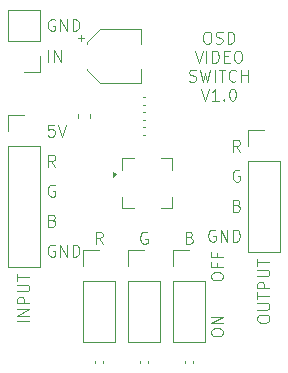
<source format=gto>
%TF.GenerationSoftware,KiCad,Pcbnew,9.0.7*%
%TF.CreationDate,2026-02-18T22:45:12+00:00*%
%TF.ProjectId,OSDSwitch,4f534453-7769-4746-9368-2e6b69636164,rev?*%
%TF.SameCoordinates,Original*%
%TF.FileFunction,Legend,Top*%
%TF.FilePolarity,Positive*%
%FSLAX46Y46*%
G04 Gerber Fmt 4.6, Leading zero omitted, Abs format (unit mm)*
G04 Created by KiCad (PCBNEW 9.0.7) date 2026-02-18 22:45:12*
%MOMM*%
%LPD*%
G01*
G04 APERTURE LIST*
%ADD10C,0.100000*%
%ADD11C,0.120000*%
G04 APERTURE END LIST*
D10*
X170378571Y-81751503D02*
X170569047Y-81751503D01*
X170569047Y-81751503D02*
X170664285Y-81799122D01*
X170664285Y-81799122D02*
X170759523Y-81894360D01*
X170759523Y-81894360D02*
X170807142Y-82084836D01*
X170807142Y-82084836D02*
X170807142Y-82418169D01*
X170807142Y-82418169D02*
X170759523Y-82608645D01*
X170759523Y-82608645D02*
X170664285Y-82703884D01*
X170664285Y-82703884D02*
X170569047Y-82751503D01*
X170569047Y-82751503D02*
X170378571Y-82751503D01*
X170378571Y-82751503D02*
X170283333Y-82703884D01*
X170283333Y-82703884D02*
X170188095Y-82608645D01*
X170188095Y-82608645D02*
X170140476Y-82418169D01*
X170140476Y-82418169D02*
X170140476Y-82084836D01*
X170140476Y-82084836D02*
X170188095Y-81894360D01*
X170188095Y-81894360D02*
X170283333Y-81799122D01*
X170283333Y-81799122D02*
X170378571Y-81751503D01*
X171188095Y-82703884D02*
X171330952Y-82751503D01*
X171330952Y-82751503D02*
X171569047Y-82751503D01*
X171569047Y-82751503D02*
X171664285Y-82703884D01*
X171664285Y-82703884D02*
X171711904Y-82656264D01*
X171711904Y-82656264D02*
X171759523Y-82561026D01*
X171759523Y-82561026D02*
X171759523Y-82465788D01*
X171759523Y-82465788D02*
X171711904Y-82370550D01*
X171711904Y-82370550D02*
X171664285Y-82322931D01*
X171664285Y-82322931D02*
X171569047Y-82275312D01*
X171569047Y-82275312D02*
X171378571Y-82227693D01*
X171378571Y-82227693D02*
X171283333Y-82180074D01*
X171283333Y-82180074D02*
X171235714Y-82132455D01*
X171235714Y-82132455D02*
X171188095Y-82037217D01*
X171188095Y-82037217D02*
X171188095Y-81941979D01*
X171188095Y-81941979D02*
X171235714Y-81846741D01*
X171235714Y-81846741D02*
X171283333Y-81799122D01*
X171283333Y-81799122D02*
X171378571Y-81751503D01*
X171378571Y-81751503D02*
X171616666Y-81751503D01*
X171616666Y-81751503D02*
X171759523Y-81799122D01*
X172188095Y-82751503D02*
X172188095Y-81751503D01*
X172188095Y-81751503D02*
X172426190Y-81751503D01*
X172426190Y-81751503D02*
X172569047Y-81799122D01*
X172569047Y-81799122D02*
X172664285Y-81894360D01*
X172664285Y-81894360D02*
X172711904Y-81989598D01*
X172711904Y-81989598D02*
X172759523Y-82180074D01*
X172759523Y-82180074D02*
X172759523Y-82322931D01*
X172759523Y-82322931D02*
X172711904Y-82513407D01*
X172711904Y-82513407D02*
X172664285Y-82608645D01*
X172664285Y-82608645D02*
X172569047Y-82703884D01*
X172569047Y-82703884D02*
X172426190Y-82751503D01*
X172426190Y-82751503D02*
X172188095Y-82751503D01*
X169402381Y-83361447D02*
X169735714Y-84361447D01*
X169735714Y-84361447D02*
X170069047Y-83361447D01*
X170402381Y-84361447D02*
X170402381Y-83361447D01*
X170878571Y-84361447D02*
X170878571Y-83361447D01*
X170878571Y-83361447D02*
X171116666Y-83361447D01*
X171116666Y-83361447D02*
X171259523Y-83409066D01*
X171259523Y-83409066D02*
X171354761Y-83504304D01*
X171354761Y-83504304D02*
X171402380Y-83599542D01*
X171402380Y-83599542D02*
X171449999Y-83790018D01*
X171449999Y-83790018D02*
X171449999Y-83932875D01*
X171449999Y-83932875D02*
X171402380Y-84123351D01*
X171402380Y-84123351D02*
X171354761Y-84218589D01*
X171354761Y-84218589D02*
X171259523Y-84313828D01*
X171259523Y-84313828D02*
X171116666Y-84361447D01*
X171116666Y-84361447D02*
X170878571Y-84361447D01*
X171878571Y-83837637D02*
X172211904Y-83837637D01*
X172354761Y-84361447D02*
X171878571Y-84361447D01*
X171878571Y-84361447D02*
X171878571Y-83361447D01*
X171878571Y-83361447D02*
X172354761Y-83361447D01*
X172973809Y-83361447D02*
X173164285Y-83361447D01*
X173164285Y-83361447D02*
X173259523Y-83409066D01*
X173259523Y-83409066D02*
X173354761Y-83504304D01*
X173354761Y-83504304D02*
X173402380Y-83694780D01*
X173402380Y-83694780D02*
X173402380Y-84028113D01*
X173402380Y-84028113D02*
X173354761Y-84218589D01*
X173354761Y-84218589D02*
X173259523Y-84313828D01*
X173259523Y-84313828D02*
X173164285Y-84361447D01*
X173164285Y-84361447D02*
X172973809Y-84361447D01*
X172973809Y-84361447D02*
X172878571Y-84313828D01*
X172878571Y-84313828D02*
X172783333Y-84218589D01*
X172783333Y-84218589D02*
X172735714Y-84028113D01*
X172735714Y-84028113D02*
X172735714Y-83694780D01*
X172735714Y-83694780D02*
X172783333Y-83504304D01*
X172783333Y-83504304D02*
X172878571Y-83409066D01*
X172878571Y-83409066D02*
X172973809Y-83361447D01*
X168950000Y-85923772D02*
X169092857Y-85971391D01*
X169092857Y-85971391D02*
X169330952Y-85971391D01*
X169330952Y-85971391D02*
X169426190Y-85923772D01*
X169426190Y-85923772D02*
X169473809Y-85876152D01*
X169473809Y-85876152D02*
X169521428Y-85780914D01*
X169521428Y-85780914D02*
X169521428Y-85685676D01*
X169521428Y-85685676D02*
X169473809Y-85590438D01*
X169473809Y-85590438D02*
X169426190Y-85542819D01*
X169426190Y-85542819D02*
X169330952Y-85495200D01*
X169330952Y-85495200D02*
X169140476Y-85447581D01*
X169140476Y-85447581D02*
X169045238Y-85399962D01*
X169045238Y-85399962D02*
X168997619Y-85352343D01*
X168997619Y-85352343D02*
X168950000Y-85257105D01*
X168950000Y-85257105D02*
X168950000Y-85161867D01*
X168950000Y-85161867D02*
X168997619Y-85066629D01*
X168997619Y-85066629D02*
X169045238Y-85019010D01*
X169045238Y-85019010D02*
X169140476Y-84971391D01*
X169140476Y-84971391D02*
X169378571Y-84971391D01*
X169378571Y-84971391D02*
X169521428Y-85019010D01*
X169854762Y-84971391D02*
X170092857Y-85971391D01*
X170092857Y-85971391D02*
X170283333Y-85257105D01*
X170283333Y-85257105D02*
X170473809Y-85971391D01*
X170473809Y-85971391D02*
X170711905Y-84971391D01*
X171092857Y-85971391D02*
X171092857Y-84971391D01*
X171426190Y-84971391D02*
X171997618Y-84971391D01*
X171711904Y-85971391D02*
X171711904Y-84971391D01*
X172902380Y-85876152D02*
X172854761Y-85923772D01*
X172854761Y-85923772D02*
X172711904Y-85971391D01*
X172711904Y-85971391D02*
X172616666Y-85971391D01*
X172616666Y-85971391D02*
X172473809Y-85923772D01*
X172473809Y-85923772D02*
X172378571Y-85828533D01*
X172378571Y-85828533D02*
X172330952Y-85733295D01*
X172330952Y-85733295D02*
X172283333Y-85542819D01*
X172283333Y-85542819D02*
X172283333Y-85399962D01*
X172283333Y-85399962D02*
X172330952Y-85209486D01*
X172330952Y-85209486D02*
X172378571Y-85114248D01*
X172378571Y-85114248D02*
X172473809Y-85019010D01*
X172473809Y-85019010D02*
X172616666Y-84971391D01*
X172616666Y-84971391D02*
X172711904Y-84971391D01*
X172711904Y-84971391D02*
X172854761Y-85019010D01*
X172854761Y-85019010D02*
X172902380Y-85066629D01*
X173330952Y-85971391D02*
X173330952Y-84971391D01*
X173330952Y-85447581D02*
X173902380Y-85447581D01*
X173902380Y-85971391D02*
X173902380Y-84971391D01*
X169926191Y-86581335D02*
X170259524Y-87581335D01*
X170259524Y-87581335D02*
X170592857Y-86581335D01*
X171450000Y-87581335D02*
X170878572Y-87581335D01*
X171164286Y-87581335D02*
X171164286Y-86581335D01*
X171164286Y-86581335D02*
X171069048Y-86724192D01*
X171069048Y-86724192D02*
X170973810Y-86819430D01*
X170973810Y-86819430D02*
X170878572Y-86867049D01*
X171878572Y-87486096D02*
X171926191Y-87533716D01*
X171926191Y-87533716D02*
X171878572Y-87581335D01*
X171878572Y-87581335D02*
X171830953Y-87533716D01*
X171830953Y-87533716D02*
X171878572Y-87486096D01*
X171878572Y-87486096D02*
X171878572Y-87581335D01*
X172545238Y-86581335D02*
X172640476Y-86581335D01*
X172640476Y-86581335D02*
X172735714Y-86628954D01*
X172735714Y-86628954D02*
X172783333Y-86676573D01*
X172783333Y-86676573D02*
X172830952Y-86771811D01*
X172830952Y-86771811D02*
X172878571Y-86962287D01*
X172878571Y-86962287D02*
X172878571Y-87200382D01*
X172878571Y-87200382D02*
X172830952Y-87390858D01*
X172830952Y-87390858D02*
X172783333Y-87486096D01*
X172783333Y-87486096D02*
X172735714Y-87533716D01*
X172735714Y-87533716D02*
X172640476Y-87581335D01*
X172640476Y-87581335D02*
X172545238Y-87581335D01*
X172545238Y-87581335D02*
X172450000Y-87533716D01*
X172450000Y-87533716D02*
X172402381Y-87486096D01*
X172402381Y-87486096D02*
X172354762Y-87390858D01*
X172354762Y-87390858D02*
X172307143Y-87200382D01*
X172307143Y-87200382D02*
X172307143Y-86962287D01*
X172307143Y-86962287D02*
X172354762Y-86771811D01*
X172354762Y-86771811D02*
X172402381Y-86676573D01*
X172402381Y-86676573D02*
X172450000Y-86628954D01*
X172450000Y-86628954D02*
X172545238Y-86581335D01*
X157498074Y-89627419D02*
X157021884Y-89627419D01*
X157021884Y-89627419D02*
X156974265Y-90103609D01*
X156974265Y-90103609D02*
X157021884Y-90055990D01*
X157021884Y-90055990D02*
X157117122Y-90008371D01*
X157117122Y-90008371D02*
X157355217Y-90008371D01*
X157355217Y-90008371D02*
X157450455Y-90055990D01*
X157450455Y-90055990D02*
X157498074Y-90103609D01*
X157498074Y-90103609D02*
X157545693Y-90198847D01*
X157545693Y-90198847D02*
X157545693Y-90436942D01*
X157545693Y-90436942D02*
X157498074Y-90532180D01*
X157498074Y-90532180D02*
X157450455Y-90579800D01*
X157450455Y-90579800D02*
X157355217Y-90627419D01*
X157355217Y-90627419D02*
X157117122Y-90627419D01*
X157117122Y-90627419D02*
X157021884Y-90579800D01*
X157021884Y-90579800D02*
X156974265Y-90532180D01*
X157831408Y-89627419D02*
X158164741Y-90627419D01*
X158164741Y-90627419D02*
X158498074Y-89627419D01*
X168981428Y-99170609D02*
X169124285Y-99218228D01*
X169124285Y-99218228D02*
X169171904Y-99265847D01*
X169171904Y-99265847D02*
X169219523Y-99361085D01*
X169219523Y-99361085D02*
X169219523Y-99503942D01*
X169219523Y-99503942D02*
X169171904Y-99599180D01*
X169171904Y-99599180D02*
X169124285Y-99646800D01*
X169124285Y-99646800D02*
X169029047Y-99694419D01*
X169029047Y-99694419D02*
X168648095Y-99694419D01*
X168648095Y-99694419D02*
X168648095Y-98694419D01*
X168648095Y-98694419D02*
X168981428Y-98694419D01*
X168981428Y-98694419D02*
X169076666Y-98742038D01*
X169076666Y-98742038D02*
X169124285Y-98789657D01*
X169124285Y-98789657D02*
X169171904Y-98884895D01*
X169171904Y-98884895D02*
X169171904Y-98980133D01*
X169171904Y-98980133D02*
X169124285Y-99075371D01*
X169124285Y-99075371D02*
X169076666Y-99122990D01*
X169076666Y-99122990D02*
X168981428Y-99170609D01*
X168981428Y-99170609D02*
X168648095Y-99170609D01*
X165361904Y-98742038D02*
X165266666Y-98694419D01*
X165266666Y-98694419D02*
X165123809Y-98694419D01*
X165123809Y-98694419D02*
X164980952Y-98742038D01*
X164980952Y-98742038D02*
X164885714Y-98837276D01*
X164885714Y-98837276D02*
X164838095Y-98932514D01*
X164838095Y-98932514D02*
X164790476Y-99122990D01*
X164790476Y-99122990D02*
X164790476Y-99265847D01*
X164790476Y-99265847D02*
X164838095Y-99456323D01*
X164838095Y-99456323D02*
X164885714Y-99551561D01*
X164885714Y-99551561D02*
X164980952Y-99646800D01*
X164980952Y-99646800D02*
X165123809Y-99694419D01*
X165123809Y-99694419D02*
X165219047Y-99694419D01*
X165219047Y-99694419D02*
X165361904Y-99646800D01*
X165361904Y-99646800D02*
X165409523Y-99599180D01*
X165409523Y-99599180D02*
X165409523Y-99265847D01*
X165409523Y-99265847D02*
X165219047Y-99265847D01*
X161599523Y-99694419D02*
X161266190Y-99218228D01*
X161028095Y-99694419D02*
X161028095Y-98694419D01*
X161028095Y-98694419D02*
X161409047Y-98694419D01*
X161409047Y-98694419D02*
X161504285Y-98742038D01*
X161504285Y-98742038D02*
X161551904Y-98789657D01*
X161551904Y-98789657D02*
X161599523Y-98884895D01*
X161599523Y-98884895D02*
X161599523Y-99027752D01*
X161599523Y-99027752D02*
X161551904Y-99122990D01*
X161551904Y-99122990D02*
X161504285Y-99170609D01*
X161504285Y-99170609D02*
X161409047Y-99218228D01*
X161409047Y-99218228D02*
X161028095Y-99218228D01*
X170780419Y-102552380D02*
X170780419Y-102361904D01*
X170780419Y-102361904D02*
X170828038Y-102266666D01*
X170828038Y-102266666D02*
X170923276Y-102171428D01*
X170923276Y-102171428D02*
X171113752Y-102123809D01*
X171113752Y-102123809D02*
X171447085Y-102123809D01*
X171447085Y-102123809D02*
X171637561Y-102171428D01*
X171637561Y-102171428D02*
X171732800Y-102266666D01*
X171732800Y-102266666D02*
X171780419Y-102361904D01*
X171780419Y-102361904D02*
X171780419Y-102552380D01*
X171780419Y-102552380D02*
X171732800Y-102647618D01*
X171732800Y-102647618D02*
X171637561Y-102742856D01*
X171637561Y-102742856D02*
X171447085Y-102790475D01*
X171447085Y-102790475D02*
X171113752Y-102790475D01*
X171113752Y-102790475D02*
X170923276Y-102742856D01*
X170923276Y-102742856D02*
X170828038Y-102647618D01*
X170828038Y-102647618D02*
X170780419Y-102552380D01*
X171256609Y-101361904D02*
X171256609Y-101695237D01*
X171780419Y-101695237D02*
X170780419Y-101695237D01*
X170780419Y-101695237D02*
X170780419Y-101219047D01*
X171256609Y-100504761D02*
X171256609Y-100838094D01*
X171780419Y-100838094D02*
X170780419Y-100838094D01*
X170780419Y-100838094D02*
X170780419Y-100361904D01*
X170780419Y-107299047D02*
X170780419Y-107108571D01*
X170780419Y-107108571D02*
X170828038Y-107013333D01*
X170828038Y-107013333D02*
X170923276Y-106918095D01*
X170923276Y-106918095D02*
X171113752Y-106870476D01*
X171113752Y-106870476D02*
X171447085Y-106870476D01*
X171447085Y-106870476D02*
X171637561Y-106918095D01*
X171637561Y-106918095D02*
X171732800Y-107013333D01*
X171732800Y-107013333D02*
X171780419Y-107108571D01*
X171780419Y-107108571D02*
X171780419Y-107299047D01*
X171780419Y-107299047D02*
X171732800Y-107394285D01*
X171732800Y-107394285D02*
X171637561Y-107489523D01*
X171637561Y-107489523D02*
X171447085Y-107537142D01*
X171447085Y-107537142D02*
X171113752Y-107537142D01*
X171113752Y-107537142D02*
X170923276Y-107489523D01*
X170923276Y-107489523D02*
X170828038Y-107394285D01*
X170828038Y-107394285D02*
X170780419Y-107299047D01*
X171780419Y-106441904D02*
X170780419Y-106441904D01*
X170780419Y-106441904D02*
X171780419Y-105870476D01*
X171780419Y-105870476D02*
X170780419Y-105870476D01*
X174717419Y-106141884D02*
X174717419Y-105951408D01*
X174717419Y-105951408D02*
X174765038Y-105856170D01*
X174765038Y-105856170D02*
X174860276Y-105760932D01*
X174860276Y-105760932D02*
X175050752Y-105713313D01*
X175050752Y-105713313D02*
X175384085Y-105713313D01*
X175384085Y-105713313D02*
X175574561Y-105760932D01*
X175574561Y-105760932D02*
X175669800Y-105856170D01*
X175669800Y-105856170D02*
X175717419Y-105951408D01*
X175717419Y-105951408D02*
X175717419Y-106141884D01*
X175717419Y-106141884D02*
X175669800Y-106237122D01*
X175669800Y-106237122D02*
X175574561Y-106332360D01*
X175574561Y-106332360D02*
X175384085Y-106379979D01*
X175384085Y-106379979D02*
X175050752Y-106379979D01*
X175050752Y-106379979D02*
X174860276Y-106332360D01*
X174860276Y-106332360D02*
X174765038Y-106237122D01*
X174765038Y-106237122D02*
X174717419Y-106141884D01*
X174717419Y-105284741D02*
X175526942Y-105284741D01*
X175526942Y-105284741D02*
X175622180Y-105237122D01*
X175622180Y-105237122D02*
X175669800Y-105189503D01*
X175669800Y-105189503D02*
X175717419Y-105094265D01*
X175717419Y-105094265D02*
X175717419Y-104903789D01*
X175717419Y-104903789D02*
X175669800Y-104808551D01*
X175669800Y-104808551D02*
X175622180Y-104760932D01*
X175622180Y-104760932D02*
X175526942Y-104713313D01*
X175526942Y-104713313D02*
X174717419Y-104713313D01*
X174717419Y-104379979D02*
X174717419Y-103808551D01*
X175717419Y-104094265D02*
X174717419Y-104094265D01*
X175717419Y-103475217D02*
X174717419Y-103475217D01*
X174717419Y-103475217D02*
X174717419Y-103094265D01*
X174717419Y-103094265D02*
X174765038Y-102999027D01*
X174765038Y-102999027D02*
X174812657Y-102951408D01*
X174812657Y-102951408D02*
X174907895Y-102903789D01*
X174907895Y-102903789D02*
X175050752Y-102903789D01*
X175050752Y-102903789D02*
X175145990Y-102951408D01*
X175145990Y-102951408D02*
X175193609Y-102999027D01*
X175193609Y-102999027D02*
X175241228Y-103094265D01*
X175241228Y-103094265D02*
X175241228Y-103475217D01*
X174717419Y-102475217D02*
X175526942Y-102475217D01*
X175526942Y-102475217D02*
X175622180Y-102427598D01*
X175622180Y-102427598D02*
X175669800Y-102379979D01*
X175669800Y-102379979D02*
X175717419Y-102284741D01*
X175717419Y-102284741D02*
X175717419Y-102094265D01*
X175717419Y-102094265D02*
X175669800Y-101999027D01*
X175669800Y-101999027D02*
X175622180Y-101951408D01*
X175622180Y-101951408D02*
X175526942Y-101903789D01*
X175526942Y-101903789D02*
X174717419Y-101903789D01*
X174717419Y-101570455D02*
X174717419Y-100999027D01*
X175717419Y-101284741D02*
X174717419Y-101284741D01*
X155397419Y-106269026D02*
X154397419Y-106269026D01*
X155397419Y-105792836D02*
X154397419Y-105792836D01*
X154397419Y-105792836D02*
X155397419Y-105221408D01*
X155397419Y-105221408D02*
X154397419Y-105221408D01*
X155397419Y-104745217D02*
X154397419Y-104745217D01*
X154397419Y-104745217D02*
X154397419Y-104364265D01*
X154397419Y-104364265D02*
X154445038Y-104269027D01*
X154445038Y-104269027D02*
X154492657Y-104221408D01*
X154492657Y-104221408D02*
X154587895Y-104173789D01*
X154587895Y-104173789D02*
X154730752Y-104173789D01*
X154730752Y-104173789D02*
X154825990Y-104221408D01*
X154825990Y-104221408D02*
X154873609Y-104269027D01*
X154873609Y-104269027D02*
X154921228Y-104364265D01*
X154921228Y-104364265D02*
X154921228Y-104745217D01*
X154397419Y-103745217D02*
X155206942Y-103745217D01*
X155206942Y-103745217D02*
X155302180Y-103697598D01*
X155302180Y-103697598D02*
X155349800Y-103649979D01*
X155349800Y-103649979D02*
X155397419Y-103554741D01*
X155397419Y-103554741D02*
X155397419Y-103364265D01*
X155397419Y-103364265D02*
X155349800Y-103269027D01*
X155349800Y-103269027D02*
X155302180Y-103221408D01*
X155302180Y-103221408D02*
X155206942Y-103173789D01*
X155206942Y-103173789D02*
X154397419Y-103173789D01*
X154397419Y-102840455D02*
X154397419Y-102269027D01*
X155397419Y-102554741D02*
X154397419Y-102554741D01*
X173225734Y-91897419D02*
X172892401Y-91421228D01*
X172654306Y-91897419D02*
X172654306Y-90897419D01*
X172654306Y-90897419D02*
X173035258Y-90897419D01*
X173035258Y-90897419D02*
X173130496Y-90945038D01*
X173130496Y-90945038D02*
X173178115Y-90992657D01*
X173178115Y-90992657D02*
X173225734Y-91087895D01*
X173225734Y-91087895D02*
X173225734Y-91230752D01*
X173225734Y-91230752D02*
X173178115Y-91325990D01*
X173178115Y-91325990D02*
X173130496Y-91373609D01*
X173130496Y-91373609D02*
X173035258Y-91421228D01*
X173035258Y-91421228D02*
X172654306Y-91421228D01*
X173178115Y-93485038D02*
X173082877Y-93437419D01*
X173082877Y-93437419D02*
X172940020Y-93437419D01*
X172940020Y-93437419D02*
X172797163Y-93485038D01*
X172797163Y-93485038D02*
X172701925Y-93580276D01*
X172701925Y-93580276D02*
X172654306Y-93675514D01*
X172654306Y-93675514D02*
X172606687Y-93865990D01*
X172606687Y-93865990D02*
X172606687Y-94008847D01*
X172606687Y-94008847D02*
X172654306Y-94199323D01*
X172654306Y-94199323D02*
X172701925Y-94294561D01*
X172701925Y-94294561D02*
X172797163Y-94389800D01*
X172797163Y-94389800D02*
X172940020Y-94437419D01*
X172940020Y-94437419D02*
X173035258Y-94437419D01*
X173035258Y-94437419D02*
X173178115Y-94389800D01*
X173178115Y-94389800D02*
X173225734Y-94342180D01*
X173225734Y-94342180D02*
X173225734Y-94008847D01*
X173225734Y-94008847D02*
X173035258Y-94008847D01*
X172987639Y-96453609D02*
X173130496Y-96501228D01*
X173130496Y-96501228D02*
X173178115Y-96548847D01*
X173178115Y-96548847D02*
X173225734Y-96644085D01*
X173225734Y-96644085D02*
X173225734Y-96786942D01*
X173225734Y-96786942D02*
X173178115Y-96882180D01*
X173178115Y-96882180D02*
X173130496Y-96929800D01*
X173130496Y-96929800D02*
X173035258Y-96977419D01*
X173035258Y-96977419D02*
X172654306Y-96977419D01*
X172654306Y-96977419D02*
X172654306Y-95977419D01*
X172654306Y-95977419D02*
X172987639Y-95977419D01*
X172987639Y-95977419D02*
X173082877Y-96025038D01*
X173082877Y-96025038D02*
X173130496Y-96072657D01*
X173130496Y-96072657D02*
X173178115Y-96167895D01*
X173178115Y-96167895D02*
X173178115Y-96263133D01*
X173178115Y-96263133D02*
X173130496Y-96358371D01*
X173130496Y-96358371D02*
X173082877Y-96405990D01*
X173082877Y-96405990D02*
X172987639Y-96453609D01*
X172987639Y-96453609D02*
X172654306Y-96453609D01*
X157021884Y-84277419D02*
X157021884Y-83277419D01*
X157498074Y-84277419D02*
X157498074Y-83277419D01*
X157498074Y-83277419D02*
X158069502Y-84277419D01*
X158069502Y-84277419D02*
X158069502Y-83277419D01*
X157355217Y-97723609D02*
X157498074Y-97771228D01*
X157498074Y-97771228D02*
X157545693Y-97818847D01*
X157545693Y-97818847D02*
X157593312Y-97914085D01*
X157593312Y-97914085D02*
X157593312Y-98056942D01*
X157593312Y-98056942D02*
X157545693Y-98152180D01*
X157545693Y-98152180D02*
X157498074Y-98199800D01*
X157498074Y-98199800D02*
X157402836Y-98247419D01*
X157402836Y-98247419D02*
X157021884Y-98247419D01*
X157021884Y-98247419D02*
X157021884Y-97247419D01*
X157021884Y-97247419D02*
X157355217Y-97247419D01*
X157355217Y-97247419D02*
X157450455Y-97295038D01*
X157450455Y-97295038D02*
X157498074Y-97342657D01*
X157498074Y-97342657D02*
X157545693Y-97437895D01*
X157545693Y-97437895D02*
X157545693Y-97533133D01*
X157545693Y-97533133D02*
X157498074Y-97628371D01*
X157498074Y-97628371D02*
X157450455Y-97675990D01*
X157450455Y-97675990D02*
X157355217Y-97723609D01*
X157355217Y-97723609D02*
X157021884Y-97723609D01*
X157545693Y-94755038D02*
X157450455Y-94707419D01*
X157450455Y-94707419D02*
X157307598Y-94707419D01*
X157307598Y-94707419D02*
X157164741Y-94755038D01*
X157164741Y-94755038D02*
X157069503Y-94850276D01*
X157069503Y-94850276D02*
X157021884Y-94945514D01*
X157021884Y-94945514D02*
X156974265Y-95135990D01*
X156974265Y-95135990D02*
X156974265Y-95278847D01*
X156974265Y-95278847D02*
X157021884Y-95469323D01*
X157021884Y-95469323D02*
X157069503Y-95564561D01*
X157069503Y-95564561D02*
X157164741Y-95659800D01*
X157164741Y-95659800D02*
X157307598Y-95707419D01*
X157307598Y-95707419D02*
X157402836Y-95707419D01*
X157402836Y-95707419D02*
X157545693Y-95659800D01*
X157545693Y-95659800D02*
X157593312Y-95612180D01*
X157593312Y-95612180D02*
X157593312Y-95278847D01*
X157593312Y-95278847D02*
X157402836Y-95278847D01*
X157593312Y-93167419D02*
X157259979Y-92691228D01*
X157021884Y-93167419D02*
X157021884Y-92167419D01*
X157021884Y-92167419D02*
X157402836Y-92167419D01*
X157402836Y-92167419D02*
X157498074Y-92215038D01*
X157498074Y-92215038D02*
X157545693Y-92262657D01*
X157545693Y-92262657D02*
X157593312Y-92357895D01*
X157593312Y-92357895D02*
X157593312Y-92500752D01*
X157593312Y-92500752D02*
X157545693Y-92595990D01*
X157545693Y-92595990D02*
X157498074Y-92643609D01*
X157498074Y-92643609D02*
X157402836Y-92691228D01*
X157402836Y-92691228D02*
X157021884Y-92691228D01*
X171130496Y-98565038D02*
X171035258Y-98517419D01*
X171035258Y-98517419D02*
X170892401Y-98517419D01*
X170892401Y-98517419D02*
X170749544Y-98565038D01*
X170749544Y-98565038D02*
X170654306Y-98660276D01*
X170654306Y-98660276D02*
X170606687Y-98755514D01*
X170606687Y-98755514D02*
X170559068Y-98945990D01*
X170559068Y-98945990D02*
X170559068Y-99088847D01*
X170559068Y-99088847D02*
X170606687Y-99279323D01*
X170606687Y-99279323D02*
X170654306Y-99374561D01*
X170654306Y-99374561D02*
X170749544Y-99469800D01*
X170749544Y-99469800D02*
X170892401Y-99517419D01*
X170892401Y-99517419D02*
X170987639Y-99517419D01*
X170987639Y-99517419D02*
X171130496Y-99469800D01*
X171130496Y-99469800D02*
X171178115Y-99422180D01*
X171178115Y-99422180D02*
X171178115Y-99088847D01*
X171178115Y-99088847D02*
X170987639Y-99088847D01*
X171606687Y-99517419D02*
X171606687Y-98517419D01*
X171606687Y-98517419D02*
X172178115Y-99517419D01*
X172178115Y-99517419D02*
X172178115Y-98517419D01*
X172654306Y-99517419D02*
X172654306Y-98517419D01*
X172654306Y-98517419D02*
X172892401Y-98517419D01*
X172892401Y-98517419D02*
X173035258Y-98565038D01*
X173035258Y-98565038D02*
X173130496Y-98660276D01*
X173130496Y-98660276D02*
X173178115Y-98755514D01*
X173178115Y-98755514D02*
X173225734Y-98945990D01*
X173225734Y-98945990D02*
X173225734Y-99088847D01*
X173225734Y-99088847D02*
X173178115Y-99279323D01*
X173178115Y-99279323D02*
X173130496Y-99374561D01*
X173130496Y-99374561D02*
X173035258Y-99469800D01*
X173035258Y-99469800D02*
X172892401Y-99517419D01*
X172892401Y-99517419D02*
X172654306Y-99517419D01*
X157545693Y-99835038D02*
X157450455Y-99787419D01*
X157450455Y-99787419D02*
X157307598Y-99787419D01*
X157307598Y-99787419D02*
X157164741Y-99835038D01*
X157164741Y-99835038D02*
X157069503Y-99930276D01*
X157069503Y-99930276D02*
X157021884Y-100025514D01*
X157021884Y-100025514D02*
X156974265Y-100215990D01*
X156974265Y-100215990D02*
X156974265Y-100358847D01*
X156974265Y-100358847D02*
X157021884Y-100549323D01*
X157021884Y-100549323D02*
X157069503Y-100644561D01*
X157069503Y-100644561D02*
X157164741Y-100739800D01*
X157164741Y-100739800D02*
X157307598Y-100787419D01*
X157307598Y-100787419D02*
X157402836Y-100787419D01*
X157402836Y-100787419D02*
X157545693Y-100739800D01*
X157545693Y-100739800D02*
X157593312Y-100692180D01*
X157593312Y-100692180D02*
X157593312Y-100358847D01*
X157593312Y-100358847D02*
X157402836Y-100358847D01*
X158021884Y-100787419D02*
X158021884Y-99787419D01*
X158021884Y-99787419D02*
X158593312Y-100787419D01*
X158593312Y-100787419D02*
X158593312Y-99787419D01*
X159069503Y-100787419D02*
X159069503Y-99787419D01*
X159069503Y-99787419D02*
X159307598Y-99787419D01*
X159307598Y-99787419D02*
X159450455Y-99835038D01*
X159450455Y-99835038D02*
X159545693Y-99930276D01*
X159545693Y-99930276D02*
X159593312Y-100025514D01*
X159593312Y-100025514D02*
X159640931Y-100215990D01*
X159640931Y-100215990D02*
X159640931Y-100358847D01*
X159640931Y-100358847D02*
X159593312Y-100549323D01*
X159593312Y-100549323D02*
X159545693Y-100644561D01*
X159545693Y-100644561D02*
X159450455Y-100739800D01*
X159450455Y-100739800D02*
X159307598Y-100787419D01*
X159307598Y-100787419D02*
X159069503Y-100787419D01*
X157545693Y-80730038D02*
X157450455Y-80682419D01*
X157450455Y-80682419D02*
X157307598Y-80682419D01*
X157307598Y-80682419D02*
X157164741Y-80730038D01*
X157164741Y-80730038D02*
X157069503Y-80825276D01*
X157069503Y-80825276D02*
X157021884Y-80920514D01*
X157021884Y-80920514D02*
X156974265Y-81110990D01*
X156974265Y-81110990D02*
X156974265Y-81253847D01*
X156974265Y-81253847D02*
X157021884Y-81444323D01*
X157021884Y-81444323D02*
X157069503Y-81539561D01*
X157069503Y-81539561D02*
X157164741Y-81634800D01*
X157164741Y-81634800D02*
X157307598Y-81682419D01*
X157307598Y-81682419D02*
X157402836Y-81682419D01*
X157402836Y-81682419D02*
X157545693Y-81634800D01*
X157545693Y-81634800D02*
X157593312Y-81587180D01*
X157593312Y-81587180D02*
X157593312Y-81253847D01*
X157593312Y-81253847D02*
X157402836Y-81253847D01*
X158021884Y-81682419D02*
X158021884Y-80682419D01*
X158021884Y-80682419D02*
X158593312Y-81682419D01*
X158593312Y-81682419D02*
X158593312Y-80682419D01*
X159069503Y-81682419D02*
X159069503Y-80682419D01*
X159069503Y-80682419D02*
X159307598Y-80682419D01*
X159307598Y-80682419D02*
X159450455Y-80730038D01*
X159450455Y-80730038D02*
X159545693Y-80825276D01*
X159545693Y-80825276D02*
X159593312Y-80920514D01*
X159593312Y-80920514D02*
X159640931Y-81110990D01*
X159640931Y-81110990D02*
X159640931Y-81253847D01*
X159640931Y-81253847D02*
X159593312Y-81444323D01*
X159593312Y-81444323D02*
X159545693Y-81539561D01*
X159545693Y-81539561D02*
X159450455Y-81634800D01*
X159450455Y-81634800D02*
X159307598Y-81682419D01*
X159307598Y-81682419D02*
X159069503Y-81682419D01*
D11*
%TO.C,R3*%
X168550000Y-109835836D02*
X168550000Y-109620164D01*
X169270000Y-109835836D02*
X169270000Y-109620164D01*
%TO.C,R2*%
X160930000Y-109835836D02*
X160930000Y-109620164D01*
X161650000Y-109835836D02*
X161650000Y-109620164D01*
%TO.C,R1*%
X164740000Y-109835836D02*
X164740000Y-109620164D01*
X165460000Y-109835836D02*
X165460000Y-109620164D01*
%TO.C,L1*%
X159510000Y-89062779D02*
X159510000Y-88737221D01*
X160530000Y-89062779D02*
X160530000Y-88737221D01*
%TO.C,J6*%
X156320000Y-85200000D02*
X154940000Y-85200000D01*
X156320000Y-83820000D02*
X156320000Y-85200000D01*
X156320000Y-82550000D02*
X156320000Y-79900000D01*
X156320000Y-82550000D02*
X153560000Y-82550000D01*
X156320000Y-79900000D02*
X153560000Y-79900000D01*
X153560000Y-82550000D02*
X153560000Y-79900000D01*
%TO.C,J5*%
X173880000Y-90060000D02*
X175260000Y-90060000D01*
X173880000Y-91440000D02*
X173880000Y-90060000D01*
X173880000Y-92710000D02*
X173880000Y-100440000D01*
X173880000Y-92710000D02*
X176640000Y-92710000D01*
X173880000Y-100440000D02*
X176640000Y-100440000D01*
X176640000Y-92710000D02*
X176640000Y-100440000D01*
%TO.C,J4*%
X153560000Y-88790000D02*
X154940000Y-88790000D01*
X153560000Y-90170000D02*
X153560000Y-88790000D01*
X153560000Y-91440000D02*
X153560000Y-101710000D01*
X153560000Y-91440000D02*
X156320000Y-91440000D01*
X153560000Y-101710000D02*
X156320000Y-101710000D01*
X156320000Y-91440000D02*
X156320000Y-101710000D01*
%TO.C,J3*%
X167530000Y-100220000D02*
X168910000Y-100220000D01*
X167530000Y-101600000D02*
X167530000Y-100220000D01*
X167530000Y-102870000D02*
X167530000Y-108060000D01*
X167530000Y-102870000D02*
X170290000Y-102870000D01*
X167530000Y-108060000D02*
X170290000Y-108060000D01*
X170290000Y-102870000D02*
X170290000Y-108060000D01*
%TO.C,J2*%
X163720000Y-100220000D02*
X165100000Y-100220000D01*
X163720000Y-101600000D02*
X163720000Y-100220000D01*
X163720000Y-102870000D02*
X163720000Y-108060000D01*
X163720000Y-102870000D02*
X166480000Y-102870000D01*
X163720000Y-108060000D02*
X166480000Y-108060000D01*
X166480000Y-102870000D02*
X166480000Y-108060000D01*
%TO.C,J1*%
X159910000Y-100220000D02*
X161290000Y-100220000D01*
X159910000Y-101600000D02*
X159910000Y-100220000D01*
X159910000Y-102870000D02*
X159910000Y-108060000D01*
X159910000Y-102870000D02*
X162670000Y-102870000D01*
X159910000Y-108060000D02*
X162670000Y-108060000D01*
X162670000Y-102870000D02*
X162670000Y-108060000D01*
%TO.C,IC1*%
X163280000Y-92480000D02*
X164255000Y-92480000D01*
X163280000Y-93455000D02*
X163280000Y-92480000D01*
X163280000Y-96700000D02*
X163280000Y-95725000D01*
X164255000Y-96700000D02*
X163280000Y-96700000D01*
X166525000Y-92480000D02*
X167500000Y-92480000D01*
X167500000Y-92480000D02*
X167500000Y-93455000D01*
X167500000Y-95725000D02*
X167500000Y-96700000D01*
X167500000Y-96700000D02*
X166525000Y-96700000D01*
X162780000Y-93840000D02*
X162450000Y-94080000D01*
X162450000Y-93600000D01*
X162780000Y-93840000D01*
G36*
X162780000Y-93840000D02*
G01*
X162450000Y-94080000D01*
X162450000Y-93600000D01*
X162780000Y-93840000D01*
G37*
%TO.C,C4*%
X159560000Y-82260000D02*
X160060000Y-82260000D01*
X159810000Y-82010000D02*
X159810000Y-82510000D01*
X160300000Y-82624437D02*
X160300000Y-82760000D01*
X160300000Y-82624437D02*
X161364437Y-81560000D01*
X160300000Y-85015563D02*
X160300000Y-84880000D01*
X160300000Y-85015563D02*
X161364437Y-86080000D01*
X161364437Y-81560000D02*
X164820000Y-81560000D01*
X161364437Y-86080000D02*
X164820000Y-86080000D01*
X164820000Y-81560000D02*
X164820000Y-82760000D01*
X164820000Y-86080000D02*
X164820000Y-84880000D01*
%TO.C,C3*%
X164992164Y-87990000D02*
X165207836Y-87990000D01*
X164992164Y-87270000D02*
X165207836Y-87270000D01*
%TO.C,C2*%
X164992164Y-89260000D02*
X165207836Y-89260000D01*
X164992164Y-88540000D02*
X165207836Y-88540000D01*
%TO.C,C1*%
X164992164Y-89810000D02*
X165207836Y-89810000D01*
X164992164Y-90530000D02*
X165207836Y-90530000D01*
%TD*%
M02*

</source>
